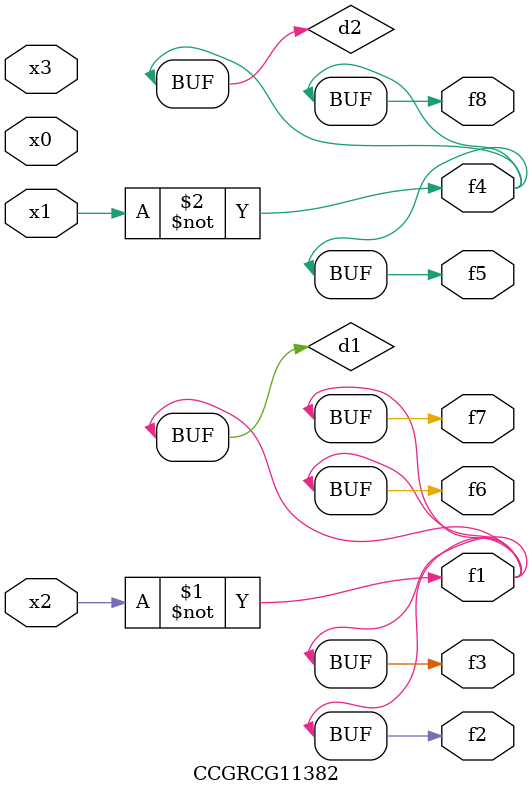
<source format=v>
module CCGRCG11382(
	input x0, x1, x2, x3,
	output f1, f2, f3, f4, f5, f6, f7, f8
);

	wire d1, d2;

	xnor (d1, x2);
	not (d2, x1);
	assign f1 = d1;
	assign f2 = d1;
	assign f3 = d1;
	assign f4 = d2;
	assign f5 = d2;
	assign f6 = d1;
	assign f7 = d1;
	assign f8 = d2;
endmodule

</source>
